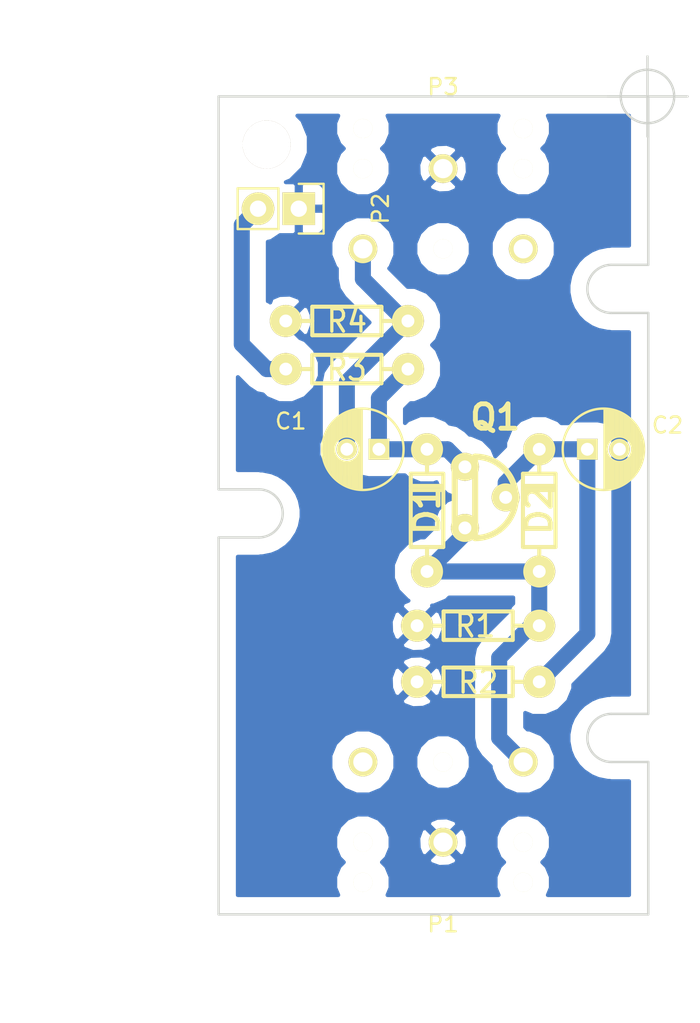
<source format=kicad_pcb>
(kicad_pcb (version 4) (host pcbnew 4.1.0-alpha+201608010717+6997~46~ubuntu14.04.1-product)

  (general
    (links 19)
    (no_connects 0)
    (area 99.924999 99.924999 126.875001 151.075001)
    (thickness 1.6)
    (drawings 19)
    (tracks 30)
    (zones 0)
    (modules 13)
    (nets 7)
  )

  (page A4)
  (layers
    (0 F.Cu signal)
    (31 B.Cu signal hide)
    (32 B.Adhes user)
    (33 F.Adhes user)
    (34 B.Paste user)
    (35 F.Paste user)
    (36 B.SilkS user)
    (37 F.SilkS user)
    (38 B.Mask user)
    (39 F.Mask user)
    (40 Dwgs.User user)
    (41 Cmts.User user)
    (42 Eco1.User user)
    (43 Eco2.User user)
    (44 Edge.Cuts user)
    (45 Margin user)
    (46 B.CrtYd user)
    (47 F.CrtYd user)
    (48 B.Fab user)
    (49 F.Fab user)
  )

  (setup
    (last_trace_width 0.8)
    (user_trace_width 0.25)
    (user_trace_width 0.5)
    (user_trace_width 0.8)
    (user_trace_width 1)
    (trace_clearance 0.5)
    (zone_clearance 1)
    (zone_45_only no)
    (trace_min 0.2)
    (segment_width 0.2)
    (edge_width 0.15)
    (via_size 0.6)
    (via_drill 0.4)
    (via_min_size 0.4)
    (via_min_drill 0.3)
    (uvia_size 0.3)
    (uvia_drill 0.1)
    (uvias_allowed no)
    (uvia_min_size 0.2)
    (uvia_min_drill 0.1)
    (pcb_text_width 0.3)
    (pcb_text_size 1.5 1.5)
    (mod_edge_width 0.15)
    (mod_text_size 1 1)
    (mod_text_width 0.15)
    (pad_size 3 3)
    (pad_drill 3)
    (pad_to_mask_clearance 0.2)
    (aux_axis_origin 100 100)
    (grid_origin 100 100)
    (visible_elements FFFFEF7F)
    (pcbplotparams
      (layerselection 0x01000_fffffffe)
      (usegerberextensions false)
      (excludeedgelayer true)
      (linewidth 0.100000)
      (plotframeref false)
      (viasonmask false)
      (mode 1)
      (useauxorigin false)
      (hpglpennumber 1)
      (hpglpenspeed 20)
      (hpglpendiameter 15)
      (psnegative false)
      (psa4output false)
      (plotreference true)
      (plotvalue true)
      (plotinvisibletext false)
      (padsonsilk false)
      (subtractmaskfromsilk false)
      (outputformat 1)
      (mirror false)
      (drillshape 0)
      (scaleselection 1)
      (outputdirectory ./preamp-gerbers2))
  )

  (net 0 "")
  (net 1 "Net-(C1-Pad1)")
  (net 2 "Net-(C1-Pad2)")
  (net 3 "Net-(C2-Pad1)")
  (net 4 "Net-(D1-Pad1)")
  (net 5 "Net-(P2-Pad2)")
  (net 6 GND)

  (net_class Default "This is the default net class."
    (clearance 0.5)
    (trace_width 0.8)
    (via_dia 0.6)
    (via_drill 0.4)
    (uvia_dia 0.3)
    (uvia_drill 0.1)
    (add_net GND)
    (add_net "Net-(C1-Pad1)")
    (add_net "Net-(C1-Pad2)")
    (add_net "Net-(C2-Pad1)")
    (add_net "Net-(D1-Pad1)")
    (add_net "Net-(P2-Pad2)")
  )

  (module Mounting_Holes:MountingHole_2.5mm (layer F.Cu) (tedit 578DF099) (tstamp 578D3EC2)
    (at 103 103)
    (descr "Mounting Hole 2.5mm, no annular")
    (tags "mounting hole 2.5mm no annular")
    (fp_text reference REF** (at 0 -3.5) (layer F.SilkS) hide
      (effects (font (size 1 1) (thickness 0.15)))
    )
    (fp_text value MountingHole_2.5mm (at 0 3.5) (layer F.Fab) hide
      (effects (font (size 1 1) (thickness 0.15)))
    )
    (fp_circle (center 0 0) (end 2.5 0) (layer Cmts.User) (width 0.15))
    (fp_circle (center 0 0) (end 2.75 0) (layer F.CrtYd) (width 0.05))
    (pad 1 thru_hole circle (at 0 0) (size 3 3) (drill 3) (layers *.Cu *.Mask F.SilkS))
  )

  (module Pin_Headers:Pin_Header_Straight_1x02 (layer F.Cu) (tedit 54EA090C) (tstamp 56DFDD11)
    (at 105 107 270)
    (descr "Through hole pin header")
    (tags "pin header")
    (path /56DFCDCF)
    (fp_text reference P2 (at 0 -5.1 270) (layer F.SilkS)
      (effects (font (size 1 1) (thickness 0.15)))
    )
    (fp_text value BATTERY (at 0 -8.96) (layer F.Fab)
      (effects (font (size 1 1) (thickness 0.15)))
    )
    (fp_line (start 1.27 1.27) (end 1.27 3.81) (layer F.SilkS) (width 0.15))
    (fp_line (start 1.55 -1.55) (end 1.55 0) (layer F.SilkS) (width 0.15))
    (fp_line (start -1.75 -1.75) (end -1.75 4.3) (layer F.CrtYd) (width 0.05))
    (fp_line (start 1.75 -1.75) (end 1.75 4.3) (layer F.CrtYd) (width 0.05))
    (fp_line (start -1.75 -1.75) (end 1.75 -1.75) (layer F.CrtYd) (width 0.05))
    (fp_line (start -1.75 4.3) (end 1.75 4.3) (layer F.CrtYd) (width 0.05))
    (fp_line (start 1.27 1.27) (end -1.27 1.27) (layer F.SilkS) (width 0.15))
    (fp_line (start -1.55 0) (end -1.55 -1.55) (layer F.SilkS) (width 0.15))
    (fp_line (start -1.55 -1.55) (end 1.55 -1.55) (layer F.SilkS) (width 0.15))
    (fp_line (start -1.27 1.27) (end -1.27 3.81) (layer F.SilkS) (width 0.15))
    (fp_line (start -1.27 3.81) (end 1.27 3.81) (layer F.SilkS) (width 0.15))
    (pad 1 thru_hole rect (at 0 0 270) (size 2.032 2.032) (drill 1.016) (layers *.Cu *.Mask F.SilkS)
      (net 6 GND))
    (pad 2 thru_hole oval (at 0 2.54 270) (size 2.032 2.032) (drill 1.016) (layers *.Cu *.Mask F.SilkS)
      (net 5 "Net-(P2-Pad2)"))
    (model Pin_Headers.3dshapes/Pin_Header_Straight_1x02.wrl
      (at (xyz 0 -0.05 0))
      (scale (xyz 1 1 1))
      (rotate (xyz 0 0 90))
    )
  )

  (module w_pth_resistors:RC03 (layer F.Cu) (tedit 56E971F3) (tstamp 56DFDD40)
    (at 116.19 133 180)
    (descr "Resistor, RC03")
    (tags R)
    (path /56DFC565)
    (autoplace_cost180 10)
    (fp_text reference R1 (at 0.19 0 180) (layer F.SilkS)
      (effects (font (size 1.397 1.27) (thickness 0.2032)))
    )
    (fp_text value 3.9M (at 7.81 0 180) (layer F.Fab)
      (effects (font (size 1.397 1.27) (thickness 0.2032)))
    )
    (fp_line (start 2.159 0) (end 3.81 0) (layer F.SilkS) (width 0.254))
    (fp_line (start -2.159 0) (end -3.81 0) (layer F.SilkS) (width 0.254))
    (fp_line (start -2.159 -0.889) (end -2.159 0.889) (layer F.SilkS) (width 0.254))
    (fp_line (start -2.159 0.889) (end 2.159 0.889) (layer F.SilkS) (width 0.254))
    (fp_line (start 2.159 0.889) (end 2.159 -0.889) (layer F.SilkS) (width 0.254))
    (fp_line (start 2.159 -0.889) (end -2.159 -0.889) (layer F.SilkS) (width 0.254))
    (pad 1 thru_hole circle (at -3.81 0 180) (size 1.99898 1.99898) (drill 0.8001) (layers *.Cu *.Mask F.SilkS)
      (net 4 "Net-(D1-Pad1)"))
    (pad 2 thru_hole circle (at 3.81 0 180) (size 1.99898 1.99898) (drill 0.8001) (layers *.Cu *.Mask F.SilkS)
      (net 6 GND))
    (model walter/pth_resistors/rc03.wrl
      (at (xyz 0 0 0))
      (scale (xyz 1 1 1))
      (rotate (xyz 0 0 0))
    )
  )

  (module w_pth_resistors:RC03 (layer F.Cu) (tedit 56E971C8) (tstamp 56DFDD5C)
    (at 108 117 180)
    (descr "Resistor, RC03")
    (tags R)
    (path /56DFD268)
    (autoplace_cost180 10)
    (fp_text reference R3 (at 0 0 180) (layer F.SilkS)
      (effects (font (size 1.397 1.27) (thickness 0.2032)))
    )
    (fp_text value 3.9k (at 7.25 0 180) (layer F.Fab)
      (effects (font (size 1.397 1.27) (thickness 0.2032)))
    )
    (fp_line (start 2.159 0) (end 3.81 0) (layer F.SilkS) (width 0.254))
    (fp_line (start -2.159 0) (end -3.81 0) (layer F.SilkS) (width 0.254))
    (fp_line (start -2.159 -0.889) (end -2.159 0.889) (layer F.SilkS) (width 0.254))
    (fp_line (start -2.159 0.889) (end 2.159 0.889) (layer F.SilkS) (width 0.254))
    (fp_line (start 2.159 0.889) (end 2.159 -0.889) (layer F.SilkS) (width 0.254))
    (fp_line (start 2.159 -0.889) (end -2.159 -0.889) (layer F.SilkS) (width 0.254))
    (pad 1 thru_hole circle (at -3.81 0 180) (size 1.99898 1.99898) (drill 0.8001) (layers *.Cu *.Mask F.SilkS)
      (net 1 "Net-(C1-Pad1)"))
    (pad 2 thru_hole circle (at 3.81 0 180) (size 1.99898 1.99898) (drill 0.8001) (layers *.Cu *.Mask F.SilkS)
      (net 5 "Net-(P2-Pad2)"))
    (model walter/pth_resistors/rc03.wrl
      (at (xyz 0 0 0))
      (scale (xyz 1 1 1))
      (rotate (xyz 0 0 0))
    )
  )

  (module w_pth_resistors:RC03 (layer F.Cu) (tedit 56E97180) (tstamp 56DFDD4E)
    (at 116.19 136.5 180)
    (descr "Resistor, RC03")
    (tags R)
    (path /56DFC541)
    (autoplace_cost180 10)
    (fp_text reference R2 (at 0 0 180) (layer F.SilkS)
      (effects (font (size 1.397 1.27) (thickness 0.2032)))
    )
    (fp_text value 3.9k (at 7.81 0 180) (layer F.Fab)
      (effects (font (size 1.397 1.27) (thickness 0.2032)))
    )
    (fp_line (start 2.159 0) (end 3.81 0) (layer F.SilkS) (width 0.254))
    (fp_line (start -2.159 0) (end -3.81 0) (layer F.SilkS) (width 0.254))
    (fp_line (start -2.159 -0.889) (end -2.159 0.889) (layer F.SilkS) (width 0.254))
    (fp_line (start -2.159 0.889) (end 2.159 0.889) (layer F.SilkS) (width 0.254))
    (fp_line (start 2.159 0.889) (end 2.159 -0.889) (layer F.SilkS) (width 0.254))
    (fp_line (start 2.159 -0.889) (end -2.159 -0.889) (layer F.SilkS) (width 0.254))
    (pad 1 thru_hole circle (at -3.81 0 180) (size 1.99898 1.99898) (drill 0.8001) (layers *.Cu *.Mask F.SilkS)
      (net 3 "Net-(C2-Pad1)"))
    (pad 2 thru_hole circle (at 3.81 0 180) (size 1.99898 1.99898) (drill 0.8001) (layers *.Cu *.Mask F.SilkS)
      (net 6 GND))
    (model walter/pth_resistors/rc03.wrl
      (at (xyz 0 0 0))
      (scale (xyz 1 1 1))
      (rotate (xyz 0 0 0))
    )
  )

  (module w_pth_diodes:diode_do35 (layer F.Cu) (tedit 56E971AC) (tstamp 56DFDCE0)
    (at 113 125.81 90)
    (descr "Diode, DO-35 package")
    (path /56DFC3F2)
    (fp_text reference D1 (at 0 0 90) (layer F.SilkS)
      (effects (font (thickness 0.3048)))
    )
    (fp_text value D (at 0 -2.54 90) (layer F.SilkS) hide
      (effects (font (thickness 0.3048)))
    )
    (fp_line (start 1.524 1.016) (end 1.524 -1.016) (layer F.SilkS) (width 0.254))
    (fp_line (start 1.27 -1.016) (end 1.27 1.016) (layer F.SilkS) (width 0.254))
    (fp_line (start 3.81 0) (end 2.286 0) (layer F.SilkS) (width 0.254))
    (fp_line (start -2.286 0) (end -3.81 0) (layer F.SilkS) (width 0.254))
    (fp_line (start -2.286 -1.016) (end 2.286 -1.016) (layer F.SilkS) (width 0.254))
    (fp_line (start 2.286 -1.016) (end 2.286 1.016) (layer F.SilkS) (width 0.254))
    (fp_line (start 2.286 1.016) (end -2.286 1.016) (layer F.SilkS) (width 0.254))
    (fp_line (start -2.286 1.016) (end -2.286 -1.016) (layer F.SilkS) (width 0.254))
    (pad 1 thru_hole circle (at -3.81 0 90) (size 1.99898 1.99898) (drill 0.8001) (layers *.Cu *.Mask F.SilkS)
      (net 4 "Net-(D1-Pad1)"))
    (pad 2 thru_hole circle (at 3.81 0 90) (size 1.99898 1.99898) (drill 0.8001) (layers *.Cu *.Mask F.SilkS)
      (net 1 "Net-(C1-Pad1)"))
    (model walter/pth_diodes/diode_do35.wrl
      (at (xyz 0 0 0))
      (scale (xyz 1 1 1))
      (rotate (xyz 0 0 0))
    )
  )

  (module w_to:to92_3 (layer F.Cu) (tedit 56E97196) (tstamp 56DFDD32)
    (at 116 125 270)
    (descr TO92)
    (path /56DFC3B4)
    (fp_text reference Q1 (at -5 -1.25) (layer F.SilkS)
      (effects (font (thickness 0.3048)))
    )
    (fp_text value 2N3819 (at 0 -4.445 270) (layer F.SilkS) hide
      (effects (font (thickness 0.3048)))
    )
    (fp_line (start 2.54 0) (end -2.54 0) (layer F.SilkS) (width 0.381))
    (fp_line (start 2.54 0) (end 1.905 1.27) (layer F.SilkS) (width 0.381))
    (fp_line (start 1.905 1.27) (end -1.905 1.27) (layer F.SilkS) (width 0.381))
    (fp_line (start -1.905 1.27) (end -2.54 0) (layer F.SilkS) (width 0.381))
    (fp_arc (start 0 0) (end 0 -2.54) (angle 90) (layer F.SilkS) (width 0.381))
    (fp_arc (start 0 0) (end -2.54 0) (angle 90) (layer F.SilkS) (width 0.381))
    (pad 3 thru_hole circle (at 1.905 0.635 270) (size 1.75006 1.75006) (drill 0.8001) (layers *.Cu *.Mask F.SilkS)
      (net 4 "Net-(D1-Pad1)"))
    (pad 2 thru_hole circle (at 0 -1.905 270) (size 1.75006 1.75006) (drill 0.8001) (layers *.Cu *.Mask F.SilkS)
      (net 3 "Net-(C2-Pad1)"))
    (pad 1 thru_hole circle (at -1.905 0.635 270) (size 1.75006 1.75006) (drill 0.8001) (layers *.Cu *.Mask F.SilkS)
      (net 1 "Net-(C1-Pad1)"))
    (model walter/to/to92_3.wrl
      (at (xyz 0 0 0))
      (scale (xyz 1 1 1))
      (rotate (xyz 0 0 0))
    )
  )

  (module Capacitors_ThroughHole:C_Radial_D5_L11_P2 (layer F.Cu) (tedit 0) (tstamp 56DFDCAA)
    (at 110 122 180)
    (descr "Radial Electrolytic Capacitor 5mm x Length 11mm, Pitch 2mm")
    (tags "Electrolytic Capacitor")
    (path /56DFCF96)
    (fp_text reference C1 (at 5.5 1.75 180) (layer F.SilkS)
      (effects (font (size 1 1) (thickness 0.15)))
    )
    (fp_text value 4.7u (at 6 0 180) (layer F.Fab)
      (effects (font (size 1 1) (thickness 0.15)))
    )
    (fp_line (start 1.075 -2.499) (end 1.075 2.499) (layer F.SilkS) (width 0.15))
    (fp_line (start 1.215 -2.491) (end 1.215 -0.154) (layer F.SilkS) (width 0.15))
    (fp_line (start 1.215 0.154) (end 1.215 2.491) (layer F.SilkS) (width 0.15))
    (fp_line (start 1.355 -2.475) (end 1.355 -0.473) (layer F.SilkS) (width 0.15))
    (fp_line (start 1.355 0.473) (end 1.355 2.475) (layer F.SilkS) (width 0.15))
    (fp_line (start 1.495 -2.451) (end 1.495 -0.62) (layer F.SilkS) (width 0.15))
    (fp_line (start 1.495 0.62) (end 1.495 2.451) (layer F.SilkS) (width 0.15))
    (fp_line (start 1.635 -2.418) (end 1.635 -0.712) (layer F.SilkS) (width 0.15))
    (fp_line (start 1.635 0.712) (end 1.635 2.418) (layer F.SilkS) (width 0.15))
    (fp_line (start 1.775 -2.377) (end 1.775 -0.768) (layer F.SilkS) (width 0.15))
    (fp_line (start 1.775 0.768) (end 1.775 2.377) (layer F.SilkS) (width 0.15))
    (fp_line (start 1.915 -2.327) (end 1.915 -0.795) (layer F.SilkS) (width 0.15))
    (fp_line (start 1.915 0.795) (end 1.915 2.327) (layer F.SilkS) (width 0.15))
    (fp_line (start 2.055 -2.266) (end 2.055 -0.798) (layer F.SilkS) (width 0.15))
    (fp_line (start 2.055 0.798) (end 2.055 2.266) (layer F.SilkS) (width 0.15))
    (fp_line (start 2.195 -2.196) (end 2.195 -0.776) (layer F.SilkS) (width 0.15))
    (fp_line (start 2.195 0.776) (end 2.195 2.196) (layer F.SilkS) (width 0.15))
    (fp_line (start 2.335 -2.114) (end 2.335 -0.726) (layer F.SilkS) (width 0.15))
    (fp_line (start 2.335 0.726) (end 2.335 2.114) (layer F.SilkS) (width 0.15))
    (fp_line (start 2.475 -2.019) (end 2.475 -0.644) (layer F.SilkS) (width 0.15))
    (fp_line (start 2.475 0.644) (end 2.475 2.019) (layer F.SilkS) (width 0.15))
    (fp_line (start 2.615 -1.908) (end 2.615 -0.512) (layer F.SilkS) (width 0.15))
    (fp_line (start 2.615 0.512) (end 2.615 1.908) (layer F.SilkS) (width 0.15))
    (fp_line (start 2.755 -1.78) (end 2.755 -0.265) (layer F.SilkS) (width 0.15))
    (fp_line (start 2.755 0.265) (end 2.755 1.78) (layer F.SilkS) (width 0.15))
    (fp_line (start 2.895 -1.631) (end 2.895 1.631) (layer F.SilkS) (width 0.15))
    (fp_line (start 3.035 -1.452) (end 3.035 1.452) (layer F.SilkS) (width 0.15))
    (fp_line (start 3.175 -1.233) (end 3.175 1.233) (layer F.SilkS) (width 0.15))
    (fp_line (start 3.315 -0.944) (end 3.315 0.944) (layer F.SilkS) (width 0.15))
    (fp_line (start 3.455 -0.472) (end 3.455 0.472) (layer F.SilkS) (width 0.15))
    (fp_circle (center 2 0) (end 2 -0.8) (layer F.SilkS) (width 0.15))
    (fp_circle (center 1 0) (end 1 -2.5375) (layer F.SilkS) (width 0.15))
    (fp_circle (center 1 0) (end 1 -2.8) (layer F.CrtYd) (width 0.05))
    (pad 1 thru_hole rect (at 0 0 180) (size 1.3 1.3) (drill 0.8) (layers *.Cu *.Mask F.SilkS)
      (net 1 "Net-(C1-Pad1)"))
    (pad 2 thru_hole circle (at 2 0 180) (size 1.3 1.3) (drill 0.8) (layers *.Cu *.Mask F.SilkS)
      (net 2 "Net-(C1-Pad2)"))
    (model Capacitors_ThroughHole.3dshapes/C_Radial_D5_L11_P2.wrl
      (at (xyz 0 0 0))
      (scale (xyz 1 1 1))
      (rotate (xyz 0 0 0))
    )
  )

  (module Capacitors_ThroughHole:C_Radial_D5_L11_P2 (layer F.Cu) (tedit 0) (tstamp 56DFDCD1)
    (at 123 122)
    (descr "Radial Electrolytic Capacitor 5mm x Length 11mm, Pitch 2mm")
    (tags "Electrolytic Capacitor")
    (path /56DFC591)
    (fp_text reference C2 (at 5 -1.5) (layer F.SilkS)
      (effects (font (size 1 1) (thickness 0.15)))
    )
    (fp_text value 22u (at 5.5 0) (layer F.Fab)
      (effects (font (size 1 1) (thickness 0.15)))
    )
    (fp_line (start 1.075 -2.499) (end 1.075 2.499) (layer F.SilkS) (width 0.15))
    (fp_line (start 1.215 -2.491) (end 1.215 -0.154) (layer F.SilkS) (width 0.15))
    (fp_line (start 1.215 0.154) (end 1.215 2.491) (layer F.SilkS) (width 0.15))
    (fp_line (start 1.355 -2.475) (end 1.355 -0.473) (layer F.SilkS) (width 0.15))
    (fp_line (start 1.355 0.473) (end 1.355 2.475) (layer F.SilkS) (width 0.15))
    (fp_line (start 1.495 -2.451) (end 1.495 -0.62) (layer F.SilkS) (width 0.15))
    (fp_line (start 1.495 0.62) (end 1.495 2.451) (layer F.SilkS) (width 0.15))
    (fp_line (start 1.635 -2.418) (end 1.635 -0.712) (layer F.SilkS) (width 0.15))
    (fp_line (start 1.635 0.712) (end 1.635 2.418) (layer F.SilkS) (width 0.15))
    (fp_line (start 1.775 -2.377) (end 1.775 -0.768) (layer F.SilkS) (width 0.15))
    (fp_line (start 1.775 0.768) (end 1.775 2.377) (layer F.SilkS) (width 0.15))
    (fp_line (start 1.915 -2.327) (end 1.915 -0.795) (layer F.SilkS) (width 0.15))
    (fp_line (start 1.915 0.795) (end 1.915 2.327) (layer F.SilkS) (width 0.15))
    (fp_line (start 2.055 -2.266) (end 2.055 -0.798) (layer F.SilkS) (width 0.15))
    (fp_line (start 2.055 0.798) (end 2.055 2.266) (layer F.SilkS) (width 0.15))
    (fp_line (start 2.195 -2.196) (end 2.195 -0.776) (layer F.SilkS) (width 0.15))
    (fp_line (start 2.195 0.776) (end 2.195 2.196) (layer F.SilkS) (width 0.15))
    (fp_line (start 2.335 -2.114) (end 2.335 -0.726) (layer F.SilkS) (width 0.15))
    (fp_line (start 2.335 0.726) (end 2.335 2.114) (layer F.SilkS) (width 0.15))
    (fp_line (start 2.475 -2.019) (end 2.475 -0.644) (layer F.SilkS) (width 0.15))
    (fp_line (start 2.475 0.644) (end 2.475 2.019) (layer F.SilkS) (width 0.15))
    (fp_line (start 2.615 -1.908) (end 2.615 -0.512) (layer F.SilkS) (width 0.15))
    (fp_line (start 2.615 0.512) (end 2.615 1.908) (layer F.SilkS) (width 0.15))
    (fp_line (start 2.755 -1.78) (end 2.755 -0.265) (layer F.SilkS) (width 0.15))
    (fp_line (start 2.755 0.265) (end 2.755 1.78) (layer F.SilkS) (width 0.15))
    (fp_line (start 2.895 -1.631) (end 2.895 1.631) (layer F.SilkS) (width 0.15))
    (fp_line (start 3.035 -1.452) (end 3.035 1.452) (layer F.SilkS) (width 0.15))
    (fp_line (start 3.175 -1.233) (end 3.175 1.233) (layer F.SilkS) (width 0.15))
    (fp_line (start 3.315 -0.944) (end 3.315 0.944) (layer F.SilkS) (width 0.15))
    (fp_line (start 3.455 -0.472) (end 3.455 0.472) (layer F.SilkS) (width 0.15))
    (fp_circle (center 2 0) (end 2 -0.8) (layer F.SilkS) (width 0.15))
    (fp_circle (center 1 0) (end 1 -2.5375) (layer F.SilkS) (width 0.15))
    (fp_circle (center 1 0) (end 1 -2.8) (layer F.CrtYd) (width 0.05))
    (pad 1 thru_hole rect (at 0 0) (size 1.3 1.3) (drill 0.8) (layers *.Cu *.Mask F.SilkS)
      (net 3 "Net-(C2-Pad1)"))
    (pad 2 thru_hole circle (at 2 0) (size 1.3 1.3) (drill 0.8) (layers *.Cu *.Mask F.SilkS)
      (net 6 GND))
    (model Capacitors_ThroughHole.3dshapes/C_Radial_D5_L11_P2.wrl
      (at (xyz 0 0 0))
      (scale (xyz 1 1 1))
      (rotate (xyz 0 0 0))
    )
  )

  (module w_pth_diodes:diode_do35 (layer F.Cu) (tedit 56E971A9) (tstamp 56DFDCEF)
    (at 120 125.81 90)
    (descr "Diode, DO-35 package")
    (path /56DFC45E)
    (fp_text reference D2 (at 0 0 90) (layer F.SilkS)
      (effects (font (thickness 0.3048)))
    )
    (fp_text value D (at 0 -2.54 90) (layer F.SilkS) hide
      (effects (font (thickness 0.3048)))
    )
    (fp_line (start 1.524 1.016) (end 1.524 -1.016) (layer F.SilkS) (width 0.254))
    (fp_line (start 1.27 -1.016) (end 1.27 1.016) (layer F.SilkS) (width 0.254))
    (fp_line (start 3.81 0) (end 2.286 0) (layer F.SilkS) (width 0.254))
    (fp_line (start -2.286 0) (end -3.81 0) (layer F.SilkS) (width 0.254))
    (fp_line (start -2.286 -1.016) (end 2.286 -1.016) (layer F.SilkS) (width 0.254))
    (fp_line (start 2.286 -1.016) (end 2.286 1.016) (layer F.SilkS) (width 0.254))
    (fp_line (start 2.286 1.016) (end -2.286 1.016) (layer F.SilkS) (width 0.254))
    (fp_line (start -2.286 1.016) (end -2.286 -1.016) (layer F.SilkS) (width 0.254))
    (pad 1 thru_hole circle (at -3.81 0 90) (size 1.99898 1.99898) (drill 0.8001) (layers *.Cu *.Mask F.SilkS)
      (net 4 "Net-(D1-Pad1)"))
    (pad 2 thru_hole circle (at 3.81 0 90) (size 1.99898 1.99898) (drill 0.8001) (layers *.Cu *.Mask F.SilkS)
      (net 3 "Net-(C2-Pad1)"))
    (model walter/pth_diodes/diode_do35.wrl
      (at (xyz 0 0 0))
      (scale (xyz 1 1 1))
      (rotate (xyz 0 0 0))
    )
  )

  (module w_conn_misc:FC68131 (layer F.Cu) (tedit 578CCC5C) (tstamp 56DFDD22)
    (at 114 104.5)
    (descr "Stereo audio 3.5mm socket")
    (tags "audio socket 3.5mm")
    (path /56DFCEA4)
    (fp_text reference P3 (at 0 -5.1) (layer F.SilkS)
      (effects (font (size 1 1) (thickness 0.15)))
    )
    (fp_text value OUT (at 0 -8.96 90) (layer F.Fab)
      (effects (font (size 1 1) (thickness 0.15)))
    )
    (fp_line (start -5 -3.5) (end -6 -3.5) (layer F.CrtYd) (width 0.15))
    (fp_line (start -5 -4.5) (end -5 -3.5) (layer F.CrtYd) (width 0.15))
    (fp_line (start 4.5 -3.5) (end 6 -3.5) (layer F.CrtYd) (width 0.15))
    (fp_line (start 4.5 -4.5) (end 4.5 -3.5) (layer F.CrtYd) (width 0.15))
    (fp_line (start 0 -4.5) (end -5 -4.5) (layer F.CrtYd) (width 0.15))
    (fp_line (start 0 -4.5) (end 4.5 -4.5) (layer F.CrtYd) (width 0.15))
    (fp_line (start 3 -6.5) (end 3 -4.5) (layer F.CrtYd) (width 0.15))
    (fp_line (start -3 -6.5) (end -3 -4.5) (layer F.CrtYd) (width 0.15))
    (fp_line (start 6 7.5) (end -6 7.5) (layer F.CrtYd) (width 0.15))
    (fp_line (start 6 -6.5) (end 6 7.5) (layer F.CrtYd) (width 0.15))
    (fp_line (start -6 -6.5) (end -6 7.5) (layer F.CrtYd) (width 0.15))
    (fp_line (start -6 -6.5) (end 6 -6.5) (layer F.CrtYd) (width 0.15))
    (pad 1 thru_hole circle (at 0 0) (size 1.8 1.8) (drill 1.2) (layers *.Cu *.Mask F.SilkS)
      (net 6 GND))
    (pad 2 thru_hole circle (at -5 5) (size 1.8 1.8) (drill 1.2) (layers *.Cu *.Mask F.SilkS)
      (net 2 "Net-(C1-Pad2)"))
    (pad 3 thru_hole circle (at 5 5 90) (size 1.8 1.8) (drill 1.2) (layers *.Cu *.Mask F.SilkS))
    (pad "" np_thru_hole circle (at -5 -2.5) (size 1.2 1.2) (drill 1.2) (layers *.Cu *.Mask F.SilkS))
    (pad "" np_thru_hole circle (at 5 0) (size 1.2 1.2) (drill 1.2) (layers *.Cu *.Mask F.SilkS))
    (pad "" np_thru_hole circle (at -5 0) (size 1.2 1.2) (drill 1.2) (layers *.Cu *.Mask F.SilkS))
    (pad "" np_thru_hole circle (at 5 -2.5) (size 1.2 1.2) (drill 1.2) (layers *.Cu *.Mask F.SilkS))
    (pad "" np_thru_hole circle (at 0 5) (size 1.2 1.2) (drill 1.2) (layers *.Cu *.Mask F.SilkS))
  )

  (module w_conn_misc:FC68131 (layer F.Cu) (tedit 578CCC5C) (tstamp 56DFDD00)
    (at 114 146.5 180)
    (descr "Stereo audio 3.5mm socket")
    (tags "audio socket 3.5mm")
    (path /56DFC4A3)
    (fp_text reference P1 (at 0 -5.1 180) (layer F.SilkS)
      (effects (font (size 1 1) (thickness 0.15)))
    )
    (fp_text value PIEZO (at 0 -8.96 270) (layer F.Fab)
      (effects (font (size 1 1) (thickness 0.15)))
    )
    (fp_line (start -5 -3.5) (end -6 -3.5) (layer F.CrtYd) (width 0.15))
    (fp_line (start -5 -4.5) (end -5 -3.5) (layer F.CrtYd) (width 0.15))
    (fp_line (start 4.5 -3.5) (end 6 -3.5) (layer F.CrtYd) (width 0.15))
    (fp_line (start 4.5 -4.5) (end 4.5 -3.5) (layer F.CrtYd) (width 0.15))
    (fp_line (start 0 -4.5) (end -5 -4.5) (layer F.CrtYd) (width 0.15))
    (fp_line (start 0 -4.5) (end 4.5 -4.5) (layer F.CrtYd) (width 0.15))
    (fp_line (start 3 -6.5) (end 3 -4.5) (layer F.CrtYd) (width 0.15))
    (fp_line (start -3 -6.5) (end -3 -4.5) (layer F.CrtYd) (width 0.15))
    (fp_line (start 6 7.5) (end -6 7.5) (layer F.CrtYd) (width 0.15))
    (fp_line (start 6 -6.5) (end 6 7.5) (layer F.CrtYd) (width 0.15))
    (fp_line (start -6 -6.5) (end -6 7.5) (layer F.CrtYd) (width 0.15))
    (fp_line (start -6 -6.5) (end 6 -6.5) (layer F.CrtYd) (width 0.15))
    (pad 1 thru_hole circle (at 0 0 180) (size 1.8 1.8) (drill 1.2) (layers *.Cu *.Mask F.SilkS)
      (net 6 GND))
    (pad 2 thru_hole circle (at -5 5 180) (size 1.8 1.8) (drill 1.2) (layers *.Cu *.Mask F.SilkS)
      (net 4 "Net-(D1-Pad1)"))
    (pad 3 thru_hole circle (at 5 5 270) (size 1.8 1.8) (drill 1.2) (layers *.Cu *.Mask F.SilkS))
    (pad "" np_thru_hole circle (at -5 -2.5 180) (size 1.2 1.2) (drill 1.2) (layers *.Cu *.Mask F.SilkS))
    (pad "" np_thru_hole circle (at 5 0 180) (size 1.2 1.2) (drill 1.2) (layers *.Cu *.Mask F.SilkS))
    (pad "" np_thru_hole circle (at -5 0 180) (size 1.2 1.2) (drill 1.2) (layers *.Cu *.Mask F.SilkS))
    (pad "" np_thru_hole circle (at 5 -2.5 180) (size 1.2 1.2) (drill 1.2) (layers *.Cu *.Mask F.SilkS))
    (pad "" np_thru_hole circle (at 0 5 180) (size 1.2 1.2) (drill 1.2) (layers *.Cu *.Mask F.SilkS))
  )

  (module w_pth_resistors:RC03 (layer F.Cu) (tedit 0) (tstamp 578D3D5A)
    (at 108 114)
    (descr "Resistor, RC03")
    (tags R)
    (path /578D3E36)
    (autoplace_cost180 10)
    (fp_text reference R4 (at 0 0) (layer F.SilkS)
      (effects (font (size 1.397 1.27) (thickness 0.2032)))
    )
    (fp_text value 1.6k (at 0 2.032) (layer F.SilkS) hide
      (effects (font (size 1.397 1.27) (thickness 0.2032)))
    )
    (fp_line (start 2.159 0) (end 3.81 0) (layer F.SilkS) (width 0.254))
    (fp_line (start -2.159 0) (end -3.81 0) (layer F.SilkS) (width 0.254))
    (fp_line (start -2.159 -0.889) (end -2.159 0.889) (layer F.SilkS) (width 0.254))
    (fp_line (start -2.159 0.889) (end 2.159 0.889) (layer F.SilkS) (width 0.254))
    (fp_line (start 2.159 0.889) (end 2.159 -0.889) (layer F.SilkS) (width 0.254))
    (fp_line (start 2.159 -0.889) (end -2.159 -0.889) (layer F.SilkS) (width 0.254))
    (pad 1 thru_hole circle (at -3.81 0) (size 1.99898 1.99898) (drill 0.8001) (layers *.Cu *.Mask F.SilkS)
      (net 6 GND))
    (pad 2 thru_hole circle (at 3.81 0) (size 1.99898 1.99898) (drill 0.8001) (layers *.Cu *.Mask F.SilkS)
      (net 2 "Net-(C1-Pad2)"))
    (model walter/pth_resistors/rc03.wrl
      (at (xyz 0 0 0))
      (scale (xyz 1 1 1))
      (rotate (xyz 0 0 0))
    )
  )

  (target plus (at 126.75 100) (size 5) (width 0.15) (layer Edge.Cuts))
  (dimension 27 (width 0.3) (layer Cmts.User)
    (gr_text "27,000 mm" (at 113.5 154.35) (layer Cmts.User)
      (effects (font (size 1.5 1.5) (thickness 0.3)))
    )
    (feature1 (pts (xy 127 151) (xy 127 155.7)))
    (feature2 (pts (xy 100 151) (xy 100 155.7)))
    (crossbar (pts (xy 100 153) (xy 127 153)))
    (arrow1a (pts (xy 127 153) (xy 125.873496 153.586421)))
    (arrow1b (pts (xy 127 153) (xy 125.873496 152.413579)))
    (arrow2a (pts (xy 100 153) (xy 101.126504 153.586421)))
    (arrow2b (pts (xy 100 153) (xy 101.126504 152.413579)))
  )
  (dimension 51 (width 0.3) (layer Cmts.User)
    (gr_text "51,000 mm" (at 92.65 125.5 270) (layer Cmts.User)
      (effects (font (size 1.5 1.5) (thickness 0.3)))
    )
    (feature1 (pts (xy 100 151) (xy 91.3 151)))
    (feature2 (pts (xy 100 100) (xy 91.3 100)))
    (crossbar (pts (xy 94 100) (xy 94 151)))
    (arrow1a (pts (xy 94 151) (xy 93.413579 149.873496)))
    (arrow1b (pts (xy 94 151) (xy 94.586421 149.873496)))
    (arrow2a (pts (xy 94 100) (xy 93.413579 101.126504)))
    (arrow2b (pts (xy 94 100) (xy 94.586421 101.126504)))
  )
  (gr_line (start 100 124.5) (end 100 100) (layer Edge.Cuts) (width 0.15))
  (gr_line (start 126.8 141.5) (end 126.8 151) (layer Edge.Cuts) (width 0.15))
  (gr_line (start 126.8 113.5) (end 126.8 138.5) (layer Edge.Cuts) (width 0.15))
  (gr_line (start 124.5 141.5) (end 126.8 141.5) (layer Edge.Cuts) (width 0.15))
  (gr_line (start 124.5 138.5) (end 126.8 138.5) (layer Edge.Cuts) (width 0.15))
  (gr_line (start 124.5 113.5) (end 126.8 113.5) (layer Edge.Cuts) (width 0.15))
  (gr_line (start 124.5 110.5) (end 126.8 110.5) (layer Edge.Cuts) (width 0.15))
  (gr_line (start 102.5 127.5) (end 100 127.5) (layer Edge.Cuts) (width 0.15))
  (gr_line (start 102.5 124.5) (end 100 124.5) (layer Edge.Cuts) (width 0.15))
  (gr_arc (start 102.5 126) (end 102.5 124.5) (angle 180) (layer Edge.Cuts) (width 0.15))
  (gr_arc (start 124.5 140) (end 124.5 141.5) (angle 180) (layer Edge.Cuts) (width 0.15))
  (gr_arc (start 124.5 112) (end 124.5 113.5) (angle 180) (layer Edge.Cuts) (width 0.15))
  (gr_line (start 100 127.5) (end 100 151) (layer Edge.Cuts) (width 0.15))
  (gr_line (start 126.8 100) (end 100 100) (layer Edge.Cuts) (width 0.15))
  (gr_line (start 126.8 110.5) (end 126.8 100) (layer Edge.Cuts) (width 0.15))
  (gr_line (start 100 151) (end 126.8 151) (layer Edge.Cuts) (width 0.15))

  (segment (start 110 122) (end 110 118.81) (width 1) (layer B.Cu) (net 1))
  (segment (start 110 118.81) (end 111.81 117) (width 1) (layer B.Cu) (net 1))
  (segment (start 113 122) (end 110 122) (width 1) (layer B.Cu) (net 1))
  (segment (start 113 122) (end 114.27 122) (width 1) (layer B.Cu) (net 1))
  (segment (start 114.27 122) (end 115.365 123.095) (width 1) (layer B.Cu) (net 1))
  (segment (start 115.27 123) (end 115.365 123.095) (width 1) (layer B.Cu) (net 1))
  (segment (start 111.81 114) (end 108 117.81) (width 1) (layer B.Cu) (net 2))
  (segment (start 108 117.81) (end 108 122) (width 1) (layer B.Cu) (net 2))
  (segment (start 109 109.5) (end 109 111.38) (width 1) (layer B.Cu) (net 2))
  (segment (start 109 111.38) (end 111.62 114) (width 1) (layer B.Cu) (net 2))
  (segment (start 120 136.5) (end 123 133.5) (width 1) (layer B.Cu) (net 3))
  (segment (start 123 133.5) (end 123 122) (width 1) (layer B.Cu) (net 3))
  (segment (start 123 122) (end 120 122) (width 1) (layer B.Cu) (net 3))
  (segment (start 120 136.5) (end 120.5 136.5) (width 1) (layer B.Cu) (net 3))
  (segment (start 117.905 125) (end 117.905 124.095) (width 1) (layer B.Cu) (net 3))
  (segment (start 117.905 124.095) (end 120 122) (width 1) (layer B.Cu) (net 3))
  (segment (start 117.905 125) (end 118 125) (width 1) (layer B.Cu) (net 3))
  (segment (start 120 133) (end 120 129.62) (width 1) (layer B.Cu) (net 4))
  (segment (start 113 129.62) (end 120 129.62) (width 1) (layer B.Cu) (net 4))
  (segment (start 115.365 126.905) (end 115.365 127.255) (width 1) (layer B.Cu) (net 4))
  (segment (start 115.365 127.255) (end 113 129.62) (width 1) (layer B.Cu) (net 4))
  (segment (start 117.5 135) (end 117.5 140) (width 1) (layer B.Cu) (net 4))
  (segment (start 117.5 140) (end 119 141.5) (width 1) (layer B.Cu) (net 4))
  (segment (start 119.5 133) (end 117.5 135) (width 1) (layer B.Cu) (net 4))
  (segment (start 104.19 117) (end 103 117) (width 1) (layer B.Cu) (net 5))
  (segment (start 101.444001 108.015999) (end 102.46 107) (width 1) (layer B.Cu) (net 5))
  (segment (start 103 117) (end 101.444001 115.444001) (width 1) (layer B.Cu) (net 5))
  (segment (start 101.444001 115.444001) (end 101.444001 108.015999) (width 1) (layer B.Cu) (net 5))
  (segment (start 125 120) (end 125 124) (width 1) (layer B.Cu) (net 6))
  (segment (start 125 122) (end 125 120) (width 1) (layer B.Cu) (net 6))

  (zone (net 6) (net_name GND) (layer B.Cu) (tstamp 0) (hatch edge 0.508)
    (connect_pads (clearance 1))
    (min_thickness 0.254)
    (fill yes (arc_segments 16) (thermal_gap 0.508) (thermal_bridge_width 0.508))
    (polygon
      (pts
        (xy 100 100) (xy 127 100) (xy 127 151) (xy 100 151)
      )
    )
    (filled_polygon
      (pts
        (xy 107.2733 101.654971) (xy 107.272701 102.342014) (xy 107.535067 102.976989) (xy 107.807652 103.25005) (xy 107.536774 103.520456)
        (xy 107.2733 104.154971) (xy 107.272701 104.842014) (xy 107.535067 105.476989) (xy 108.020456 105.963226) (xy 108.654971 106.2267)
        (xy 109.342014 106.227299) (xy 109.976989 105.964933) (xy 110.362435 105.580159) (xy 113.099446 105.580159) (xy 113.185852 105.836643)
        (xy 113.759336 106.046458) (xy 114.36946 106.020839) (xy 114.814148 105.836643) (xy 114.900554 105.580159) (xy 114 104.679605)
        (xy 113.099446 105.580159) (xy 110.362435 105.580159) (xy 110.463226 105.479544) (xy 110.7267 104.845029) (xy 110.72721 104.259336)
        (xy 112.453542 104.259336) (xy 112.479161 104.86946) (xy 112.663357 105.314148) (xy 112.919841 105.400554) (xy 113.820395 104.5)
        (xy 114.179605 104.5) (xy 115.080159 105.400554) (xy 115.336643 105.314148) (xy 115.546458 104.740664) (xy 115.520839 104.13054)
        (xy 115.336643 103.685852) (xy 115.080159 103.599446) (xy 114.179605 104.5) (xy 113.820395 104.5) (xy 112.919841 103.599446)
        (xy 112.663357 103.685852) (xy 112.453542 104.259336) (xy 110.72721 104.259336) (xy 110.727299 104.157986) (xy 110.464933 103.523011)
        (xy 110.361943 103.419841) (xy 113.099446 103.419841) (xy 114 104.320395) (xy 114.900554 103.419841) (xy 114.814148 103.163357)
        (xy 114.240664 102.953542) (xy 113.63054 102.979161) (xy 113.185852 103.163357) (xy 113.099446 103.419841) (xy 110.361943 103.419841)
        (xy 110.192348 103.24995) (xy 110.463226 102.979544) (xy 110.7267 102.345029) (xy 110.727299 101.657986) (xy 110.53889 101.202)
        (xy 117.46139 101.202) (xy 117.2733 101.654971) (xy 117.272701 102.342014) (xy 117.535067 102.976989) (xy 117.807652 103.25005)
        (xy 117.536774 103.520456) (xy 117.2733 104.154971) (xy 117.272701 104.842014) (xy 117.535067 105.476989) (xy 118.020456 105.963226)
        (xy 118.654971 106.2267) (xy 119.342014 106.227299) (xy 119.976989 105.964933) (xy 120.463226 105.479544) (xy 120.7267 104.845029)
        (xy 120.727299 104.157986) (xy 120.464933 103.523011) (xy 120.192348 103.24995) (xy 120.463226 102.979544) (xy 120.7267 102.345029)
        (xy 120.727299 101.657986) (xy 120.53889 101.202) (xy 125.598 101.202) (xy 125.598 109.298) (xy 124.5 109.298)
        (xy 124.383889 109.321096) (xy 124.265501 109.321096) (xy 123.691476 109.435277) (xy 123.25818 109.614754) (xy 122.771545 109.939913)
        (xy 122.439913 110.271545) (xy 122.114754 110.75818) (xy 121.935277 111.191476) (xy 121.821096 111.765501) (xy 121.821096 112.234499)
        (xy 121.935277 112.808523) (xy 121.935277 112.808524) (xy 122.114754 113.24182) (xy 122.439913 113.728455) (xy 122.771545 114.060087)
        (xy 123.25818 114.385246) (xy 123.691476 114.564723) (xy 124.265501 114.678904) (xy 124.383889 114.678904) (xy 124.5 114.702)
        (xy 125.598 114.702) (xy 125.598 120.847516) (xy 125.180922 120.702378) (xy 124.670572 120.731917) (xy 124.609378 120.757264)
        (xy 124.462522 120.537478) (xy 124.089733 120.288389) (xy 123.65 120.200921) (xy 122.35 120.200921) (xy 121.910267 120.288389)
        (xy 121.783637 120.373) (xy 121.380526 120.373) (xy 121.206132 120.198301) (xy 120.424841 119.87388) (xy 119.578871 119.873142)
        (xy 118.797014 120.196199) (xy 118.198301 120.793868) (xy 117.87388 121.575159) (xy 117.873662 121.825413) (xy 117.260125 122.438949)
        (xy 117.063228 121.962423) (xy 116.50054 121.398751) (xy 115.764975 121.093318) (xy 115.664156 121.09323) (xy 115.420463 120.849537)
        (xy 114.892626 120.496848) (xy 114.407911 120.400432) (xy 114.206132 120.198301) (xy 113.424841 119.87388) (xy 112.578871 119.873142)
        (xy 111.797014 120.196199) (xy 111.627 120.365917) (xy 111.627 119.483926) (xy 111.984283 119.126643) (xy 112.231129 119.126858)
        (xy 113.012986 118.803801) (xy 113.611699 118.206132) (xy 113.93612 117.424841) (xy 113.936858 116.578871) (xy 113.613801 115.797014)
        (xy 113.317311 115.500006) (xy 113.611699 115.206132) (xy 113.93612 114.424841) (xy 113.936858 113.578871) (xy 113.613801 112.797014)
        (xy 113.016132 112.198301) (xy 112.234841 111.87388) (xy 111.794421 111.873496) (xy 110.643952 110.723027) (xy 110.717405 110.649702)
        (xy 111.026647 109.904964) (xy 111.026701 109.842014) (xy 112.272701 109.842014) (xy 112.535067 110.476989) (xy 113.020456 110.963226)
        (xy 113.654971 111.2267) (xy 114.342014 111.227299) (xy 114.976989 110.964933) (xy 115.463226 110.479544) (xy 115.703281 109.901426)
        (xy 116.972649 109.901426) (xy 117.280591 110.646703) (xy 117.850298 111.217405) (xy 118.595036 111.526647) (xy 119.401426 111.527351)
        (xy 120.146703 111.219409) (xy 120.717405 110.649702) (xy 121.026647 109.904964) (xy 121.027351 109.098574) (xy 120.719409 108.353297)
        (xy 120.149702 107.782595) (xy 119.404964 107.473353) (xy 118.598574 107.472649) (xy 117.853297 107.780591) (xy 117.282595 108.350298)
        (xy 116.973353 109.095036) (xy 116.972649 109.901426) (xy 115.703281 109.901426) (xy 115.7267 109.845029) (xy 115.727299 109.157986)
        (xy 115.464933 108.523011) (xy 114.979544 108.036774) (xy 114.345029 107.7733) (xy 113.657986 107.772701) (xy 113.023011 108.035067)
        (xy 112.536774 108.520456) (xy 112.2733 109.154971) (xy 112.272701 109.842014) (xy 111.026701 109.842014) (xy 111.027351 109.098574)
        (xy 110.719409 108.353297) (xy 110.149702 107.782595) (xy 109.404964 107.473353) (xy 108.598574 107.472649) (xy 107.853297 107.780591)
        (xy 107.282595 108.350298) (xy 106.973353 109.095036) (xy 106.972649 109.901426) (xy 107.280591 110.646703) (xy 107.373 110.739273)
        (xy 107.373 111.38) (xy 107.496848 112.002626) (xy 107.849537 112.530463) (xy 109.414074 114.095) (xy 106.849537 116.659537)
        (xy 106.496848 117.187374) (xy 106.373 117.81) (xy 106.373 121.284489) (xy 106.22331 121.644982) (xy 106.222693 122.351916)
        (xy 106.492655 123.005274) (xy 106.992096 123.505588) (xy 107.644982 123.77669) (xy 108.351916 123.777307) (xy 108.757673 123.609651)
        (xy 108.910267 123.711611) (xy 109.35 123.799079) (xy 110.65 123.799079) (xy 111.089733 123.711611) (xy 111.216363 123.627)
        (xy 111.619474 123.627) (xy 111.793868 123.801699) (xy 112.575159 124.12612) (xy 113.421129 124.126858) (xy 113.595402 124.05485)
        (xy 113.666772 124.227577) (xy 114.22946 124.791249) (xy 114.732518 125.000137) (xy 114.232423 125.206772) (xy 113.668751 125.76946)
        (xy 113.363318 126.505025) (xy 113.362924 126.95615) (xy 112.825717 127.493357) (xy 112.578871 127.493142) (xy 111.797014 127.816199)
        (xy 111.198301 128.413868) (xy 110.87388 129.195159) (xy 110.873142 130.041129) (xy 111.196199 130.822986) (xy 111.793868 131.421699)
        (xy 111.842232 131.441781) (xy 111.506042 131.581035) (xy 111.407443 131.847837) (xy 112.38 132.820395) (xy 113.352557 131.847837)
        (xy 113.315205 131.746766) (xy 113.421129 131.746858) (xy 114.202986 131.423801) (xy 114.380096 131.247) (xy 118.373 131.247)
        (xy 118.373 131.619474) (xy 118.198301 131.793868) (xy 118.051379 132.147695) (xy 116.349537 133.849537) (xy 115.996848 134.377374)
        (xy 115.873 135) (xy 115.873 140) (xy 115.996848 140.622626) (xy 116.349537 141.150463) (xy 116.972761 141.773686)
        (xy 116.972649 141.901426) (xy 117.280591 142.646703) (xy 117.850298 143.217405) (xy 118.595036 143.526647) (xy 119.401426 143.527351)
        (xy 120.146703 143.219409) (xy 120.717405 142.649702) (xy 121.026647 141.904964) (xy 121.027351 141.098574) (xy 120.719409 140.353297)
        (xy 120.149702 139.782595) (xy 119.404964 139.473353) (xy 119.274164 139.473239) (xy 119.127 139.326074) (xy 119.127 138.440028)
        (xy 119.575159 138.62612) (xy 120.421129 138.626858) (xy 121.202986 138.303801) (xy 121.801699 137.706132) (xy 122.12612 136.924841)
        (xy 122.126338 136.674588) (xy 124.150463 134.650463) (xy 124.503152 134.122626) (xy 124.627001 133.5) (xy 124.627 133.499995)
        (xy 124.627 123.230781) (xy 124.819078 123.297622) (xy 125.329428 123.268083) (xy 125.598 123.156837) (xy 125.598 137.298)
        (xy 124.5 137.298) (xy 124.383889 137.321096) (xy 124.265501 137.321096) (xy 123.691476 137.435277) (xy 123.25818 137.614754)
        (xy 122.771545 137.939913) (xy 122.439913 138.271545) (xy 122.114754 138.75818) (xy 121.935277 139.191476) (xy 121.821096 139.765501)
        (xy 121.821096 140.234499) (xy 121.935277 140.808523) (xy 121.935277 140.808524) (xy 122.114754 141.24182) (xy 122.439913 141.728455)
        (xy 122.771545 142.060087) (xy 123.25818 142.385246) (xy 123.691476 142.564723) (xy 124.265501 142.678904) (xy 124.383889 142.678904)
        (xy 124.5 142.702) (xy 125.598 142.702) (xy 125.598 149.798) (xy 120.53861 149.798) (xy 120.7267 149.345029)
        (xy 120.727299 148.657986) (xy 120.464933 148.023011) (xy 120.192348 147.74995) (xy 120.463226 147.479544) (xy 120.7267 146.845029)
        (xy 120.727299 146.157986) (xy 120.464933 145.523011) (xy 119.979544 145.036774) (xy 119.345029 144.7733) (xy 118.657986 144.772701)
        (xy 118.023011 145.035067) (xy 117.536774 145.520456) (xy 117.2733 146.154971) (xy 117.272701 146.842014) (xy 117.535067 147.476989)
        (xy 117.807652 147.75005) (xy 117.536774 148.020456) (xy 117.2733 148.654971) (xy 117.272701 149.342014) (xy 117.46111 149.798)
        (xy 110.53861 149.798) (xy 110.7267 149.345029) (xy 110.727299 148.657986) (xy 110.464933 148.023011) (xy 110.192348 147.74995)
        (xy 110.362435 147.580159) (xy 113.099446 147.580159) (xy 113.185852 147.836643) (xy 113.759336 148.046458) (xy 114.36946 148.020839)
        (xy 114.814148 147.836643) (xy 114.900554 147.580159) (xy 114 146.679605) (xy 113.099446 147.580159) (xy 110.362435 147.580159)
        (xy 110.463226 147.479544) (xy 110.7267 146.845029) (xy 110.72721 146.259336) (xy 112.453542 146.259336) (xy 112.479161 146.86946)
        (xy 112.663357 147.314148) (xy 112.919841 147.400554) (xy 113.820395 146.5) (xy 114.179605 146.5) (xy 115.080159 147.400554)
        (xy 115.336643 147.314148) (xy 115.546458 146.740664) (xy 115.520839 146.13054) (xy 115.336643 145.685852) (xy 115.080159 145.599446)
        (xy 114.179605 146.5) (xy 113.820395 146.5) (xy 112.919841 145.599446) (xy 112.663357 145.685852) (xy 112.453542 146.259336)
        (xy 110.72721 146.259336) (xy 110.727299 146.157986) (xy 110.464933 145.523011) (xy 110.361943 145.419841) (xy 113.099446 145.419841)
        (xy 114 146.320395) (xy 114.900554 145.419841) (xy 114.814148 145.163357) (xy 114.240664 144.953542) (xy 113.63054 144.979161)
        (xy 113.185852 145.163357) (xy 113.099446 145.419841) (xy 110.361943 145.419841) (xy 109.979544 145.036774) (xy 109.345029 144.7733)
        (xy 108.657986 144.772701) (xy 108.023011 145.035067) (xy 107.536774 145.520456) (xy 107.2733 146.154971) (xy 107.272701 146.842014)
        (xy 107.535067 147.476989) (xy 107.807652 147.75005) (xy 107.536774 148.020456) (xy 107.2733 148.654971) (xy 107.272701 149.342014)
        (xy 107.46111 149.798) (xy 101.202 149.798) (xy 101.202 141.901426) (xy 106.972649 141.901426) (xy 107.280591 142.646703)
        (xy 107.850298 143.217405) (xy 108.595036 143.526647) (xy 109.401426 143.527351) (xy 110.146703 143.219409) (xy 110.717405 142.649702)
        (xy 111.026647 141.904964) (xy 111.026701 141.842014) (xy 112.272701 141.842014) (xy 112.535067 142.476989) (xy 113.020456 142.963226)
        (xy 113.654971 143.2267) (xy 114.342014 143.227299) (xy 114.976989 142.964933) (xy 115.463226 142.479544) (xy 115.7267 141.845029)
        (xy 115.727299 141.157986) (xy 115.464933 140.523011) (xy 114.979544 140.036774) (xy 114.345029 139.7733) (xy 113.657986 139.772701)
        (xy 113.023011 140.035067) (xy 112.536774 140.520456) (xy 112.2733 141.154971) (xy 112.272701 141.842014) (xy 111.026701 141.842014)
        (xy 111.027351 141.098574) (xy 110.719409 140.353297) (xy 110.149702 139.782595) (xy 109.404964 139.473353) (xy 108.598574 139.472649)
        (xy 107.853297 139.780591) (xy 107.282595 140.350298) (xy 106.973353 141.095036) (xy 106.972649 141.901426) (xy 101.202 141.901426)
        (xy 101.202 137.652163) (xy 111.407443 137.652163) (xy 111.506042 137.918965) (xy 112.115582 138.145401) (xy 112.765377 138.121341)
        (xy 113.253958 137.918965) (xy 113.352557 137.652163) (xy 112.38 136.679605) (xy 111.407443 137.652163) (xy 101.202 137.652163)
        (xy 101.202 136.235582) (xy 110.734599 136.235582) (xy 110.758659 136.885377) (xy 110.961035 137.373958) (xy 111.227837 137.472557)
        (xy 112.200395 136.5) (xy 112.559605 136.5) (xy 113.532163 137.472557) (xy 113.798965 137.373958) (xy 114.025401 136.764418)
        (xy 114.001341 136.114623) (xy 113.798965 135.626042) (xy 113.532163 135.527443) (xy 112.559605 136.5) (xy 112.200395 136.5)
        (xy 111.227837 135.527443) (xy 110.961035 135.626042) (xy 110.734599 136.235582) (xy 101.202 136.235582) (xy 101.202 135.347837)
        (xy 111.407443 135.347837) (xy 112.38 136.320395) (xy 113.352557 135.347837) (xy 113.253958 135.081035) (xy 112.644418 134.854599)
        (xy 111.994623 134.878659) (xy 111.506042 135.081035) (xy 111.407443 135.347837) (xy 101.202 135.347837) (xy 101.202 134.152163)
        (xy 111.407443 134.152163) (xy 111.506042 134.418965) (xy 112.115582 134.645401) (xy 112.765377 134.621341) (xy 113.253958 134.418965)
        (xy 113.352557 134.152163) (xy 112.38 133.179605) (xy 111.407443 134.152163) (xy 101.202 134.152163) (xy 101.202 132.735582)
        (xy 110.734599 132.735582) (xy 110.758659 133.385377) (xy 110.961035 133.873958) (xy 111.227837 133.972557) (xy 112.200395 133)
        (xy 112.559605 133) (xy 113.532163 133.972557) (xy 113.798965 133.873958) (xy 114.025401 133.264418) (xy 114.001341 132.614623)
        (xy 113.798965 132.126042) (xy 113.532163 132.027443) (xy 112.559605 133) (xy 112.200395 133) (xy 111.227837 132.027443)
        (xy 110.961035 132.126042) (xy 110.734599 132.735582) (xy 101.202 132.735582) (xy 101.202 128.702) (xy 102.5 128.702)
        (xy 102.616111 128.678904) (xy 102.734499 128.678904) (xy 103.308524 128.564723) (xy 103.74182 128.385246) (xy 104.228455 128.060087)
        (xy 104.560087 127.728455) (xy 104.885246 127.24182) (xy 105.064723 126.808524) (xy 105.064723 126.808522) (xy 105.178904 126.234499)
        (xy 105.178904 125.765501) (xy 105.064723 125.191476) (xy 104.885246 124.75818) (xy 104.560087 124.271545) (xy 104.228455 123.939913)
        (xy 103.74182 123.614754) (xy 103.308524 123.435277) (xy 102.734499 123.321096) (xy 102.616111 123.321096) (xy 102.5 123.298)
        (xy 101.202 123.298) (xy 101.202 117.502926) (xy 101.849537 118.150463) (xy 102.377374 118.503152) (xy 102.762268 118.579712)
        (xy 102.983868 118.801699) (xy 103.765159 119.12612) (xy 104.611129 119.126858) (xy 105.392986 118.803801) (xy 105.991699 118.206132)
        (xy 106.31612 117.424841) (xy 106.316858 116.578871) (xy 105.993801 115.797014) (xy 105.396132 115.198301) (xy 105.075597 115.065203)
        (xy 104.19 114.179605) (xy 104.175858 114.193748) (xy 103.996252 114.014142) (xy 104.010395 114) (xy 104.369605 114)
        (xy 105.342163 114.972557) (xy 105.608965 114.873958) (xy 105.835401 114.264418) (xy 105.811341 113.614623) (xy 105.608965 113.126042)
        (xy 105.342163 113.027443) (xy 104.369605 114) (xy 104.010395 114) (xy 103.996252 113.985858) (xy 104.175858 113.806252)
        (xy 104.19 113.820395) (xy 105.162557 112.847837) (xy 105.063958 112.581035) (xy 104.454418 112.354599) (xy 103.804623 112.378659)
        (xy 103.316042 112.581035) (xy 103.217444 112.847836) (xy 103.103162 112.733554) (xy 103.071001 112.765715) (xy 103.071001 109.063449)
        (xy 103.280091 109.021858) (xy 103.843757 108.645229) (xy 103.85769 108.651) (xy 104.71425 108.651) (xy 104.873 108.49225)
        (xy 104.873 107.127) (xy 105.127 107.127) (xy 105.127 108.49225) (xy 105.28575 108.651) (xy 106.14231 108.651)
        (xy 106.375699 108.554327) (xy 106.554327 108.375698) (xy 106.651 108.142309) (xy 106.651 107.28575) (xy 106.49225 107.127)
        (xy 105.127 107.127) (xy 104.873 107.127) (xy 104.853 107.127) (xy 104.853 106.873) (xy 104.873 106.873)
        (xy 104.873 105.50775) (xy 105.127 105.50775) (xy 105.127 106.873) (xy 106.49225 106.873) (xy 106.651 106.71425)
        (xy 106.651 105.857691) (xy 106.554327 105.624302) (xy 106.375699 105.445673) (xy 106.14231 105.349) (xy 105.28575 105.349)
        (xy 105.127 105.50775) (xy 104.873 105.50775) (xy 104.71425 105.349) (xy 104.194163 105.349) (xy 104.486132 105.228361)
        (xy 105.225764 104.490019) (xy 105.626543 103.524835) (xy 105.627455 102.47975) (xy 105.228361 101.513868) (xy 104.917037 101.202)
        (xy 107.46139 101.202)
      )
    )
    (filled_polygon
      (pts
        (xy 125.193748 121.985858) (xy 125.179605 122) (xy 125.193748 122.014142) (xy 125.014142 122.193748) (xy 125 122.179605)
        (xy 124.985858 122.193748) (xy 124.806253 122.014143) (xy 124.820395 122) (xy 124.806253 121.985858) (xy 124.985858 121.806253)
        (xy 125 121.820395) (xy 125.014142 121.806252)
      )
    )
  )
)

</source>
